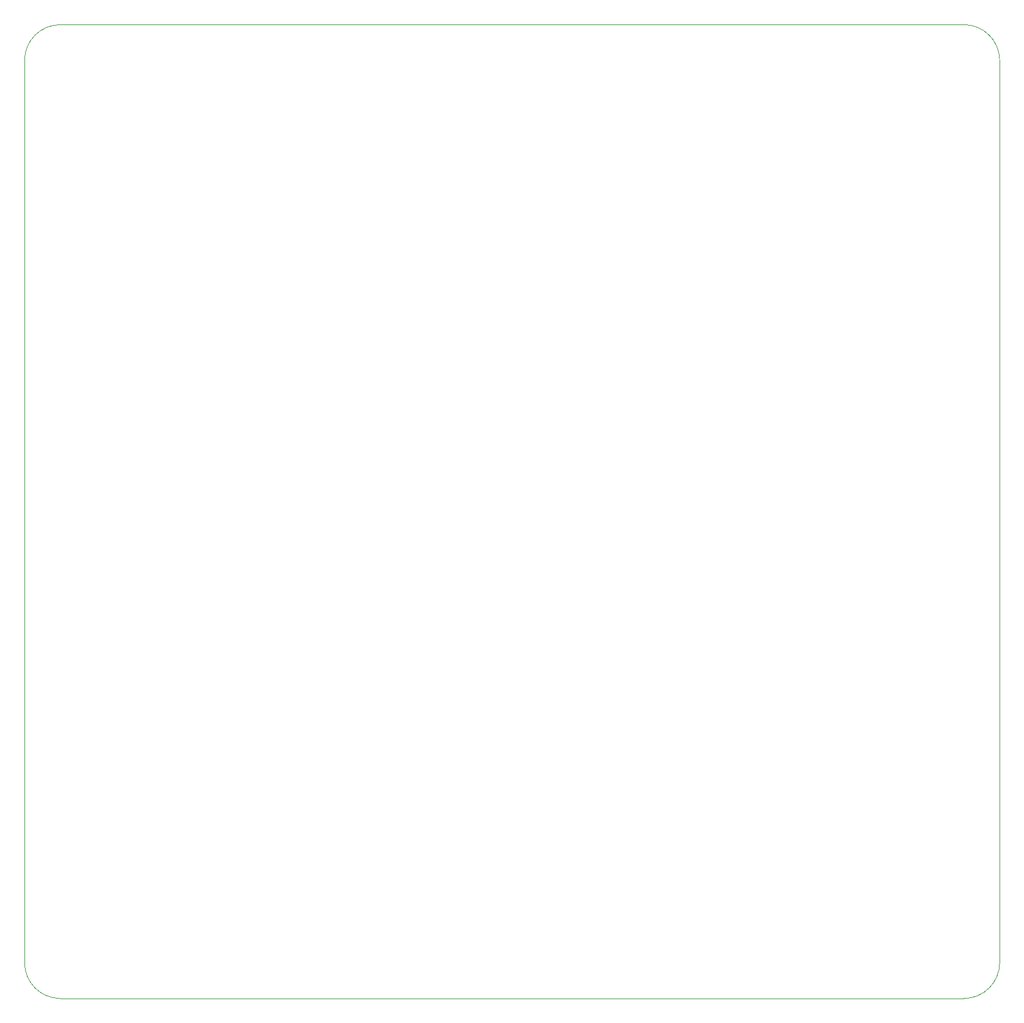
<source format=gm1>
%TF.GenerationSoftware,KiCad,Pcbnew,(5.1.10)-1*%
%TF.CreationDate,2021-11-04T11:43:44+08:00*%
%TF.ProjectId,grbl_board,6772626c-5f62-46f6-9172-642e6b696361,rev?*%
%TF.SameCoordinates,Original*%
%TF.FileFunction,Profile,NP*%
%FSLAX46Y46*%
G04 Gerber Fmt 4.6, Leading zero omitted, Abs format (unit mm)*
G04 Created by KiCad (PCBNEW (5.1.10)-1) date 2021-11-04 11:43:44*
%MOMM*%
%LPD*%
G01*
G04 APERTURE LIST*
%TA.AperFunction,Profile*%
%ADD10C,0.050000*%
%TD*%
G04 APERTURE END LIST*
D10*
X172720000Y-158623000D02*
X44450000Y-158623000D01*
X44450000Y-158623000D02*
G75*
G02*
X39370000Y-153543000I0J5080000D01*
G01*
X39370000Y-25400000D02*
X39370000Y-153543000D01*
X177800000Y-153543000D02*
G75*
G02*
X172720000Y-158623000I-5080000J0D01*
G01*
X177800000Y-25400000D02*
X177800000Y-153543000D01*
X39370000Y-25400000D02*
G75*
G02*
X44450000Y-20320000I5080000J0D01*
G01*
X172720000Y-20320000D02*
G75*
G02*
X177800000Y-25400000I0J-5080000D01*
G01*
X172720000Y-20320000D02*
X44450000Y-20320000D01*
M02*

</source>
